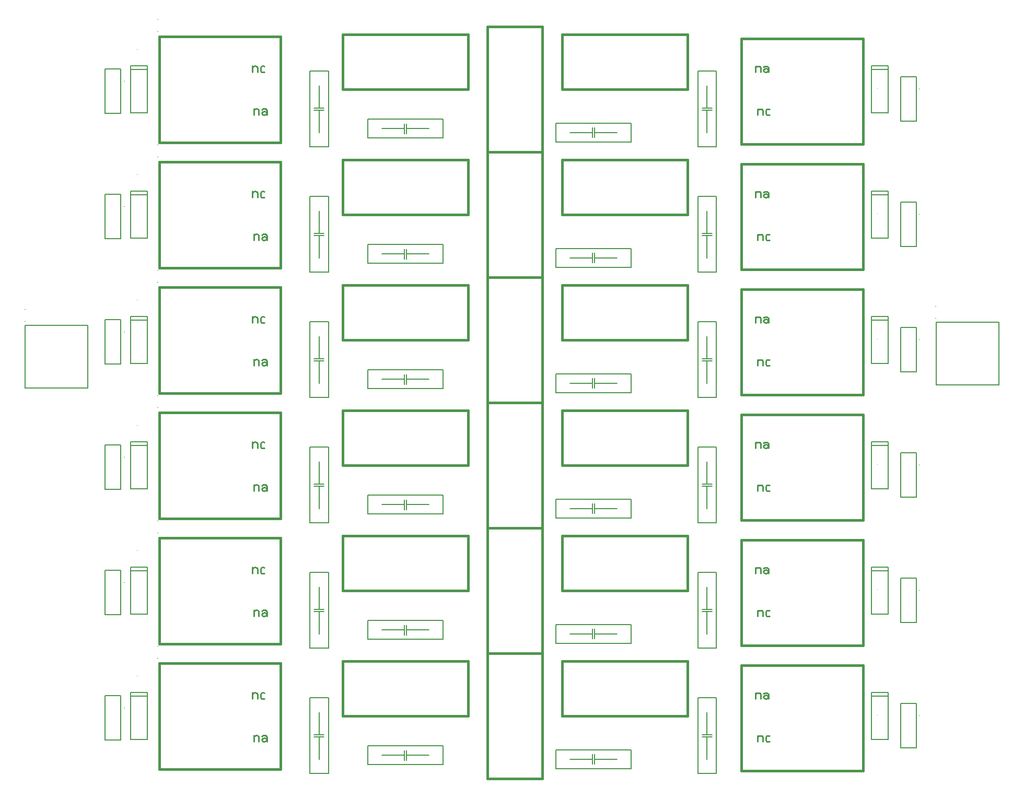
<source format=gbr>
%FSLAX34Y34*%
%MOMM*%
%LNSILK_TOP*%
G71*
G01*
%ADD10C,0.150*%
%ADD11C,0.400*%
%ADD12C,0.222*%
%ADD13C,0.144*%
%ADD14C,0.167*%
%ADD15C,0.111*%
%LPD*%
G54D10*
X237350Y-100600D02*
X207150Y-100600D01*
X207150Y-223000D01*
X237350Y-223000D01*
X237350Y-100600D01*
G54D10*
X230250Y-160400D02*
X214250Y-160400D01*
G54D10*
X230250Y-163600D02*
X214250Y-163600D01*
G54D10*
X222250Y-123900D02*
X222250Y-160400D01*
G54D10*
X222250Y-163600D02*
X222250Y-200100D01*
G54D11*
X260350Y-130050D02*
X260350Y-41150D01*
X463550Y-41150D01*
X463550Y-130050D01*
X260350Y-130050D01*
G54D10*
X423150Y-208650D02*
X423150Y-178450D01*
X300750Y-178450D01*
X300750Y-208650D01*
X423150Y-208650D01*
G54D10*
X363350Y-201550D02*
X363350Y-185550D01*
G54D10*
X360150Y-201550D02*
X360150Y-185550D01*
G54D10*
X399850Y-193550D02*
X363350Y-193550D01*
G54D10*
X360150Y-193550D02*
X323650Y-193550D01*
G54D11*
X495300Y-28450D02*
X584200Y-28450D01*
X584200Y-231650D01*
X495300Y-231650D01*
X495300Y-28450D01*
G54D10*
X727950Y-215000D02*
X727950Y-184800D01*
X605550Y-184800D01*
X605550Y-215000D01*
X727950Y-215000D01*
G54D10*
X668150Y-207900D02*
X668150Y-191900D01*
G54D10*
X664950Y-207900D02*
X664950Y-191900D01*
G54D10*
X704650Y-199900D02*
X668150Y-199900D01*
G54D10*
X664950Y-199900D02*
X628450Y-199900D01*
G54D11*
X615950Y-130050D02*
X615950Y-41150D01*
X819150Y-41150D01*
X819150Y-130050D01*
X615950Y-130050D01*
G54D10*
X866000Y-100600D02*
X835800Y-100600D01*
X835800Y-223000D01*
X866000Y-223000D01*
X866000Y-100600D01*
G54D10*
X858900Y-160400D02*
X842900Y-160400D01*
G54D10*
X858900Y-163600D02*
X842900Y-163600D01*
G54D10*
X850900Y-123900D02*
X850900Y-160400D01*
G54D10*
X850900Y-163600D02*
X850900Y-200100D01*
G54D11*
X-36978Y-44631D02*
X159872Y-44631D01*
X159872Y-216081D01*
X-36978Y-216081D01*
X-36978Y-44631D01*
G54D12*
X114176Y-102002D02*
X114176Y-92002D01*
G54D12*
X114176Y-94224D02*
X115510Y-92668D01*
X118176Y-92002D01*
X120843Y-92668D01*
X122176Y-94224D01*
X122177Y-102002D01*
G54D12*
X133732Y-92668D02*
X131066Y-92002D01*
X128399Y-92668D01*
X127066Y-94891D01*
X127066Y-99335D01*
X128399Y-101557D01*
X131066Y-102002D01*
X133732Y-101557D01*
G54D12*
X116371Y-171496D02*
X116371Y-161496D01*
G54D12*
X116371Y-163718D02*
X117704Y-162163D01*
X120371Y-161496D01*
X123038Y-162163D01*
X124371Y-163718D01*
X124371Y-171496D01*
G54D12*
X129260Y-162607D02*
X131927Y-161496D01*
X135126Y-161496D01*
X137260Y-163718D01*
X137260Y-171496D01*
G54D12*
X137260Y-168163D02*
X135927Y-165940D01*
X133260Y-165496D01*
X130593Y-165940D01*
X129260Y-168163D01*
X129793Y-170385D01*
X131926Y-171496D01*
X133260Y-171496D01*
X133793Y-171496D01*
X135927Y-170385D01*
X137260Y-168163D01*
G54D13*
X-38978Y-16631D02*
X-38978Y-16631D01*
G54D13*
X-38978Y-36131D02*
X-38978Y-36131D01*
G54D11*
X1103638Y-219168D02*
X906788Y-219168D01*
X906788Y-47718D01*
X1103638Y-47718D01*
X1103638Y-219168D01*
G54D12*
X932972Y-171779D02*
X932972Y-161779D01*
G54D12*
X932972Y-164001D02*
X934305Y-162446D01*
X936972Y-161779D01*
X939638Y-162446D01*
X940972Y-164001D01*
X940972Y-171779D01*
G54D12*
X952527Y-162446D02*
X949861Y-161779D01*
X947194Y-162446D01*
X945861Y-164668D01*
X945860Y-169112D01*
X947194Y-171335D01*
X949861Y-171779D01*
X952527Y-171334D01*
G54D12*
X929400Y-102303D02*
X929400Y-92303D01*
G54D12*
X929400Y-94526D02*
X930733Y-92970D01*
X933400Y-92303D01*
X936067Y-92970D01*
X937400Y-94526D01*
X937400Y-102303D01*
G54D12*
X942289Y-93414D02*
X944956Y-92303D01*
X948156Y-92303D01*
X950289Y-94526D01*
X950289Y-102303D01*
G54D12*
X950289Y-98970D02*
X948956Y-96748D01*
X946289Y-96303D01*
X943622Y-96748D01*
X942289Y-98970D01*
X942822Y-101192D01*
X944956Y-102303D01*
X946289Y-102303D01*
X946822Y-102303D01*
X948956Y-101192D01*
X950289Y-98970D01*
G54D10*
X-124475Y-168753D02*
X-99075Y-168754D01*
X-99075Y-97153D01*
X-124475Y-97154D01*
X-124475Y-168753D01*
G54D14*
X-93683Y-116098D02*
X-93683Y-116098D01*
G54D10*
X-55827Y-167870D02*
X-83227Y-167870D01*
X-83227Y-91670D01*
X-55827Y-91670D01*
X-55827Y-167870D01*
G54D10*
X-83227Y-97970D02*
X-55827Y-97970D01*
G54D15*
X-73282Y-64753D02*
X-73282Y-64753D01*
G54D10*
X1164575Y-181453D02*
X1189975Y-181454D01*
X1189975Y-109853D01*
X1164575Y-109854D01*
X1164575Y-181453D01*
G54D14*
X1195366Y-128798D02*
X1195366Y-128798D01*
G54D10*
X1144323Y-167870D02*
X1116923Y-167870D01*
X1116923Y-91670D01*
X1144323Y-91670D01*
X1144323Y-167870D01*
G54D10*
X1116923Y-97970D02*
X1144323Y-97970D01*
G54D15*
X1126868Y-128253D02*
X1126868Y-128253D01*
G54D10*
X237350Y-303800D02*
X207150Y-303800D01*
X207150Y-426200D01*
X237350Y-426200D01*
X237350Y-303800D01*
G54D10*
X230250Y-363600D02*
X214250Y-363600D01*
G54D10*
X230250Y-366800D02*
X214250Y-366800D01*
G54D10*
X222250Y-327100D02*
X222250Y-363600D01*
G54D10*
X222250Y-366800D02*
X222250Y-403300D01*
G54D11*
X260350Y-333250D02*
X260350Y-244350D01*
X463550Y-244350D01*
X463550Y-333250D01*
X260350Y-333250D01*
G54D10*
X423150Y-411850D02*
X423150Y-381650D01*
X300750Y-381650D01*
X300750Y-411850D01*
X423150Y-411850D01*
G54D10*
X363350Y-404750D02*
X363350Y-388750D01*
G54D10*
X360150Y-404750D02*
X360150Y-388750D01*
G54D10*
X399850Y-396750D02*
X363350Y-396750D01*
G54D10*
X360150Y-396750D02*
X323650Y-396750D01*
G54D11*
X495300Y-231650D02*
X584200Y-231650D01*
X584200Y-434850D01*
X495300Y-434850D01*
X495300Y-231650D01*
G54D10*
X727950Y-418200D02*
X727950Y-388000D01*
X605550Y-388000D01*
X605550Y-418200D01*
X727950Y-418200D01*
G54D10*
X668150Y-411100D02*
X668150Y-395100D01*
G54D10*
X664950Y-411100D02*
X664950Y-395100D01*
G54D10*
X704650Y-403100D02*
X668150Y-403100D01*
G54D10*
X664950Y-403100D02*
X628450Y-403100D01*
G54D11*
X615950Y-333250D02*
X615950Y-244350D01*
X819150Y-244350D01*
X819150Y-333250D01*
X615950Y-333250D01*
G54D10*
X866000Y-303800D02*
X835800Y-303800D01*
X835800Y-426200D01*
X866000Y-426200D01*
X866000Y-303800D01*
G54D10*
X858900Y-363600D02*
X842900Y-363600D01*
G54D10*
X858900Y-366800D02*
X842900Y-366800D01*
G54D10*
X850900Y-327100D02*
X850900Y-363600D01*
G54D10*
X850900Y-366800D02*
X850900Y-403300D01*
G54D11*
X-36978Y-247831D02*
X159872Y-247831D01*
X159872Y-419281D01*
X-36978Y-419281D01*
X-36978Y-247831D01*
G54D12*
X114176Y-305202D02*
X114176Y-295202D01*
G54D12*
X114176Y-297424D02*
X115510Y-295868D01*
X118176Y-295202D01*
X120843Y-295868D01*
X122176Y-297424D01*
X122177Y-305202D01*
G54D12*
X133732Y-295868D02*
X131066Y-295202D01*
X128399Y-295868D01*
X127066Y-298091D01*
X127066Y-302535D01*
X128399Y-304757D01*
X131066Y-305202D01*
X133732Y-304757D01*
G54D12*
X116371Y-374696D02*
X116371Y-364696D01*
G54D12*
X116371Y-366918D02*
X117704Y-365363D01*
X120371Y-364696D01*
X123038Y-365363D01*
X124371Y-366918D01*
X124371Y-374696D01*
G54D12*
X129260Y-365807D02*
X131927Y-364696D01*
X135126Y-364696D01*
X137260Y-366918D01*
X137260Y-374696D01*
G54D12*
X137260Y-371363D02*
X135927Y-369140D01*
X133260Y-368696D01*
X130593Y-369140D01*
X129260Y-371363D01*
X129793Y-373585D01*
X131926Y-374696D01*
X133260Y-374696D01*
X133793Y-374696D01*
X135927Y-373585D01*
X137260Y-371363D01*
G54D13*
X-38978Y-219831D02*
X-38978Y-219831D01*
G54D13*
X-38978Y-239331D02*
X-38978Y-239331D01*
G54D11*
X1103638Y-422368D02*
X906788Y-422368D01*
X906788Y-250918D01*
X1103638Y-250918D01*
X1103638Y-422368D01*
G54D12*
X932972Y-374979D02*
X932972Y-364979D01*
G54D12*
X932972Y-367201D02*
X934305Y-365646D01*
X936972Y-364979D01*
X939638Y-365646D01*
X940972Y-367201D01*
X940972Y-374979D01*
G54D12*
X952527Y-365646D02*
X949861Y-364979D01*
X947194Y-365646D01*
X945861Y-367868D01*
X945860Y-372312D01*
X947194Y-374535D01*
X949861Y-374979D01*
X952527Y-374534D01*
G54D12*
X929400Y-305503D02*
X929400Y-295503D01*
G54D12*
X929400Y-297726D02*
X930733Y-296170D01*
X933400Y-295503D01*
X936067Y-296170D01*
X937400Y-297726D01*
X937400Y-305503D01*
G54D12*
X942289Y-296614D02*
X944956Y-295503D01*
X948156Y-295503D01*
X950289Y-297726D01*
X950289Y-305503D01*
G54D12*
X950289Y-302170D02*
X948956Y-299948D01*
X946289Y-299503D01*
X943622Y-299948D01*
X942289Y-302170D01*
X942822Y-304392D01*
X944956Y-305503D01*
X946289Y-305503D01*
X946822Y-305503D01*
X948956Y-304392D01*
X950289Y-302170D01*
G54D10*
X-124475Y-371953D02*
X-99075Y-371954D01*
X-99075Y-300353D01*
X-124475Y-300354D01*
X-124475Y-371953D01*
G54D14*
X-93683Y-319298D02*
X-93683Y-319298D01*
G54D10*
X-55827Y-371070D02*
X-83227Y-371070D01*
X-83227Y-294870D01*
X-55827Y-294870D01*
X-55827Y-371070D01*
G54D10*
X-83227Y-301170D02*
X-55827Y-301170D01*
G54D15*
X-73282Y-267953D02*
X-73282Y-267953D01*
G54D10*
X1164575Y-384653D02*
X1189975Y-384654D01*
X1189975Y-313053D01*
X1164575Y-313054D01*
X1164575Y-384653D01*
G54D14*
X1195366Y-331998D02*
X1195366Y-331998D01*
G54D10*
X1144323Y-371070D02*
X1116923Y-371070D01*
X1116923Y-294870D01*
X1144323Y-294870D01*
X1144323Y-371070D01*
G54D10*
X1116923Y-301170D02*
X1144323Y-301170D01*
G54D15*
X1126868Y-331453D02*
X1126868Y-331453D01*
G54D10*
X237350Y-507000D02*
X207150Y-507000D01*
X207150Y-629400D01*
X237350Y-629400D01*
X237350Y-507000D01*
G54D10*
X230250Y-566800D02*
X214250Y-566800D01*
G54D10*
X230250Y-570000D02*
X214250Y-570000D01*
G54D10*
X222250Y-530300D02*
X222250Y-566800D01*
G54D10*
X222250Y-570000D02*
X222250Y-606500D01*
G54D11*
X260350Y-536450D02*
X260350Y-447550D01*
X463550Y-447550D01*
X463550Y-536450D01*
X260350Y-536450D01*
G54D10*
X423150Y-615050D02*
X423150Y-584850D01*
X300750Y-584850D01*
X300750Y-615050D01*
X423150Y-615050D01*
G54D10*
X363350Y-607950D02*
X363350Y-591950D01*
G54D10*
X360150Y-607950D02*
X360150Y-591950D01*
G54D10*
X399850Y-599950D02*
X363350Y-599950D01*
G54D10*
X360150Y-599950D02*
X323650Y-599950D01*
G54D11*
X495300Y-434850D02*
X584200Y-434850D01*
X584200Y-638050D01*
X495300Y-638050D01*
X495300Y-434850D01*
G54D10*
X727950Y-621400D02*
X727950Y-591200D01*
X605550Y-591200D01*
X605550Y-621400D01*
X727950Y-621400D01*
G54D10*
X668150Y-614300D02*
X668150Y-598300D01*
G54D10*
X664950Y-614300D02*
X664950Y-598300D01*
G54D10*
X704650Y-606300D02*
X668150Y-606300D01*
G54D10*
X664950Y-606300D02*
X628450Y-606300D01*
G54D11*
X615950Y-536450D02*
X615950Y-447550D01*
X819150Y-447550D01*
X819150Y-536450D01*
X615950Y-536450D01*
G54D10*
X866000Y-507000D02*
X835800Y-507000D01*
X835800Y-629400D01*
X866000Y-629400D01*
X866000Y-507000D01*
G54D10*
X858900Y-566800D02*
X842900Y-566800D01*
G54D10*
X858900Y-570000D02*
X842900Y-570000D01*
G54D10*
X850900Y-530300D02*
X850900Y-566800D01*
G54D10*
X850900Y-570000D02*
X850900Y-606500D01*
G54D11*
X-36978Y-451031D02*
X159872Y-451031D01*
X159872Y-622481D01*
X-36978Y-622481D01*
X-36978Y-451031D01*
G54D12*
X114176Y-508402D02*
X114176Y-498402D01*
G54D12*
X114176Y-500624D02*
X115510Y-499068D01*
X118176Y-498402D01*
X120843Y-499068D01*
X122176Y-500624D01*
X122177Y-508402D01*
G54D12*
X133732Y-499068D02*
X131066Y-498402D01*
X128399Y-499068D01*
X127066Y-501290D01*
X127066Y-505735D01*
X128399Y-507958D01*
X131066Y-508402D01*
X133732Y-507957D01*
G54D12*
X116371Y-577896D02*
X116371Y-567896D01*
G54D12*
X116371Y-570118D02*
X117704Y-568563D01*
X120371Y-567896D01*
X123038Y-568563D01*
X124371Y-570118D01*
X124371Y-577896D01*
G54D12*
X129260Y-569007D02*
X131927Y-567896D01*
X135126Y-567896D01*
X137260Y-570118D01*
X137260Y-577896D01*
G54D12*
X137260Y-574563D02*
X135927Y-572340D01*
X133260Y-571896D01*
X130593Y-572340D01*
X129260Y-574562D01*
X129793Y-576785D01*
X131926Y-577896D01*
X133260Y-577896D01*
X133793Y-577896D01*
X135927Y-576785D01*
X137260Y-574563D01*
G54D13*
X-38978Y-423031D02*
X-38978Y-423031D01*
G54D13*
X-38978Y-442531D02*
X-38978Y-442531D01*
G54D11*
X1103638Y-625568D02*
X906788Y-625568D01*
X906788Y-454118D01*
X1103638Y-454118D01*
X1103638Y-625568D01*
G54D12*
X932972Y-578179D02*
X932972Y-568179D01*
G54D12*
X932972Y-570401D02*
X934305Y-568846D01*
X936972Y-568179D01*
X939638Y-568846D01*
X940972Y-570401D01*
X940972Y-578179D01*
G54D12*
X952527Y-568846D02*
X949861Y-568179D01*
X947194Y-568846D01*
X945861Y-571068D01*
X945860Y-575512D01*
X947194Y-577735D01*
X949861Y-578179D01*
X952527Y-577734D01*
G54D12*
X929400Y-508703D02*
X929400Y-498703D01*
G54D12*
X929400Y-500926D02*
X930733Y-499370D01*
X933400Y-498703D01*
X936067Y-499370D01*
X937400Y-500926D01*
X937400Y-508703D01*
G54D12*
X942289Y-499814D02*
X944956Y-498704D01*
X948156Y-498703D01*
X950289Y-500926D01*
X950289Y-508704D01*
G54D12*
X950289Y-505370D02*
X948956Y-503148D01*
X946289Y-502703D01*
X943622Y-503148D01*
X942289Y-505370D01*
X942822Y-507592D01*
X944956Y-508703D01*
X946289Y-508703D01*
X946822Y-508703D01*
X948956Y-507592D01*
X950289Y-505370D01*
G54D10*
X-124475Y-575154D02*
X-99075Y-575154D01*
X-99075Y-503554D01*
X-124475Y-503554D01*
X-124475Y-575154D01*
G54D14*
X-93683Y-522498D02*
X-93683Y-522498D01*
G54D10*
X-55827Y-574270D02*
X-83227Y-574270D01*
X-83227Y-498070D01*
X-55827Y-498070D01*
X-55827Y-574270D01*
G54D10*
X-83227Y-504370D02*
X-55827Y-504370D01*
G54D15*
X-73282Y-471153D02*
X-73282Y-471153D01*
G54D10*
X1164575Y-587854D02*
X1189975Y-587854D01*
X1189975Y-516254D01*
X1164575Y-516254D01*
X1164575Y-587854D01*
G54D14*
X1195366Y-535198D02*
X1195366Y-535198D01*
G54D10*
X1144323Y-574270D02*
X1116923Y-574270D01*
X1116923Y-498070D01*
X1144323Y-498070D01*
X1144323Y-574270D01*
G54D10*
X1116923Y-504370D02*
X1144323Y-504370D01*
G54D15*
X1126868Y-534654D02*
X1126868Y-534654D01*
G54D10*
X237350Y-710200D02*
X207150Y-710200D01*
X207150Y-832600D01*
X237350Y-832600D01*
X237350Y-710200D01*
G54D10*
X230250Y-770000D02*
X214250Y-770000D01*
G54D10*
X230250Y-773200D02*
X214250Y-773200D01*
G54D10*
X222250Y-733500D02*
X222250Y-770000D01*
G54D10*
X222250Y-773200D02*
X222250Y-809700D01*
G54D11*
X260350Y-739650D02*
X260350Y-650750D01*
X463550Y-650750D01*
X463550Y-739650D01*
X260350Y-739650D01*
G54D10*
X423150Y-818250D02*
X423150Y-788050D01*
X300750Y-788050D01*
X300750Y-818250D01*
X423150Y-818250D01*
G54D10*
X363350Y-811150D02*
X363350Y-795150D01*
G54D10*
X360150Y-811150D02*
X360150Y-795150D01*
G54D10*
X399850Y-803150D02*
X363350Y-803150D01*
G54D10*
X360150Y-803150D02*
X323650Y-803150D01*
G54D11*
X495300Y-638050D02*
X584200Y-638050D01*
X584200Y-841250D01*
X495300Y-841250D01*
X495300Y-638050D01*
G54D10*
X727950Y-824600D02*
X727950Y-794400D01*
X605550Y-794400D01*
X605550Y-824600D01*
X727950Y-824600D01*
G54D10*
X668150Y-817500D02*
X668150Y-801500D01*
G54D10*
X664950Y-817500D02*
X664950Y-801500D01*
G54D10*
X704650Y-809500D02*
X668150Y-809500D01*
G54D10*
X664950Y-809500D02*
X628450Y-809500D01*
G54D11*
X615950Y-739650D02*
X615950Y-650750D01*
X819150Y-650750D01*
X819150Y-739650D01*
X615950Y-739650D01*
G54D10*
X866000Y-710200D02*
X835800Y-710200D01*
X835800Y-832600D01*
X866000Y-832600D01*
X866000Y-710200D01*
G54D10*
X858900Y-770000D02*
X842900Y-770000D01*
G54D10*
X858900Y-773200D02*
X842900Y-773200D01*
G54D10*
X850900Y-733500D02*
X850900Y-770000D01*
G54D10*
X850900Y-773200D02*
X850900Y-809700D01*
G54D11*
X-36978Y-654231D02*
X159872Y-654231D01*
X159872Y-825681D01*
X-36978Y-825681D01*
X-36978Y-654231D01*
G54D12*
X114176Y-711602D02*
X114176Y-701602D01*
G54D12*
X114176Y-703824D02*
X115510Y-702268D01*
X118176Y-701602D01*
X120843Y-702268D01*
X122176Y-703824D01*
X122177Y-711602D01*
G54D12*
X133732Y-702268D02*
X131066Y-701602D01*
X128399Y-702268D01*
X127066Y-704490D01*
X127066Y-708935D01*
X128399Y-711158D01*
X131066Y-711602D01*
X133732Y-711157D01*
G54D12*
X116371Y-781096D02*
X116371Y-771096D01*
G54D12*
X116371Y-773318D02*
X117704Y-771763D01*
X120371Y-771096D01*
X123038Y-771763D01*
X124371Y-773318D01*
X124371Y-781096D01*
G54D12*
X129260Y-772207D02*
X131927Y-771096D01*
X135126Y-771096D01*
X137260Y-773318D01*
X137260Y-781096D01*
G54D12*
X137260Y-777763D02*
X135927Y-775540D01*
X133260Y-775096D01*
X130593Y-775540D01*
X129260Y-777762D01*
X129793Y-779985D01*
X131926Y-781096D01*
X133260Y-781096D01*
X133793Y-781096D01*
X135927Y-779985D01*
X137260Y-777763D01*
G54D13*
X-38978Y-626231D02*
X-38978Y-626231D01*
G54D13*
X-38978Y-645731D02*
X-38978Y-645731D01*
G54D11*
X1103638Y-828768D02*
X906788Y-828768D01*
X906788Y-657318D01*
X1103638Y-657318D01*
X1103638Y-828768D01*
G54D12*
X932972Y-781379D02*
X932972Y-771379D01*
G54D12*
X932972Y-773601D02*
X934305Y-772046D01*
X936972Y-771379D01*
X939638Y-772046D01*
X940972Y-773601D01*
X940972Y-781379D01*
G54D12*
X952527Y-772046D02*
X949861Y-771379D01*
X947194Y-772046D01*
X945861Y-774268D01*
X945860Y-778712D01*
X947194Y-780935D01*
X949861Y-781379D01*
X952527Y-780934D01*
G54D12*
X929400Y-711903D02*
X929400Y-701903D01*
G54D12*
X929400Y-704126D02*
X930733Y-702570D01*
X933400Y-701903D01*
X936067Y-702570D01*
X937400Y-704126D01*
X937400Y-711903D01*
G54D12*
X942289Y-703014D02*
X944956Y-701904D01*
X948156Y-701903D01*
X950289Y-704126D01*
X950289Y-711904D01*
G54D12*
X950289Y-708570D02*
X948956Y-706348D01*
X946289Y-705903D01*
X943622Y-706348D01*
X942289Y-708570D01*
X942822Y-710792D01*
X944956Y-711903D01*
X946289Y-711903D01*
X946822Y-711903D01*
X948956Y-710792D01*
X950289Y-708570D01*
G54D10*
X-124475Y-778354D02*
X-99075Y-778354D01*
X-99075Y-706754D01*
X-124475Y-706754D01*
X-124475Y-778354D01*
G54D14*
X-93683Y-725698D02*
X-93683Y-725698D01*
G54D10*
X-55827Y-777470D02*
X-83227Y-777470D01*
X-83227Y-701270D01*
X-55827Y-701270D01*
X-55827Y-777470D01*
G54D10*
X-83227Y-707570D02*
X-55827Y-707570D01*
G54D15*
X-73282Y-674354D02*
X-73282Y-674354D01*
G54D10*
X1164575Y-791054D02*
X1189975Y-791054D01*
X1189975Y-719454D01*
X1164575Y-719454D01*
X1164575Y-791054D01*
G54D14*
X1195366Y-738398D02*
X1195366Y-738398D01*
G54D10*
X1144323Y-777470D02*
X1116923Y-777470D01*
X1116923Y-701270D01*
X1144323Y-701270D01*
X1144323Y-777470D01*
G54D10*
X1116923Y-707570D02*
X1144323Y-707570D01*
G54D15*
X1126868Y-737854D02*
X1126868Y-737854D01*
G54D10*
X237350Y-913400D02*
X207150Y-913400D01*
X207150Y-1035800D01*
X237350Y-1035800D01*
X237350Y-913400D01*
G54D10*
X230250Y-973200D02*
X214250Y-973200D01*
G54D10*
X230250Y-976400D02*
X214250Y-976400D01*
G54D10*
X222250Y-936700D02*
X222250Y-973200D01*
G54D10*
X222250Y-976400D02*
X222250Y-1012900D01*
G54D11*
X260350Y-942850D02*
X260350Y-853950D01*
X463550Y-853950D01*
X463550Y-942850D01*
X260350Y-942850D01*
G54D10*
X423150Y-1021450D02*
X423150Y-991250D01*
X300750Y-991250D01*
X300750Y-1021450D01*
X423150Y-1021450D01*
G54D10*
X363350Y-1014350D02*
X363350Y-998350D01*
G54D10*
X360150Y-1014350D02*
X360150Y-998350D01*
G54D10*
X399850Y-1006350D02*
X363350Y-1006350D01*
G54D10*
X360150Y-1006350D02*
X323650Y-1006350D01*
G54D11*
X495300Y-841250D02*
X584200Y-841250D01*
X584200Y-1044450D01*
X495300Y-1044450D01*
X495300Y-841250D01*
G54D10*
X727950Y-1027800D02*
X727950Y-997600D01*
X605550Y-997600D01*
X605550Y-1027800D01*
X727950Y-1027800D01*
G54D10*
X668150Y-1020700D02*
X668150Y-1004700D01*
G54D10*
X664950Y-1020700D02*
X664950Y-1004700D01*
G54D10*
X704650Y-1012700D02*
X668150Y-1012700D01*
G54D10*
X664950Y-1012700D02*
X628450Y-1012700D01*
G54D11*
X615950Y-942850D02*
X615950Y-853950D01*
X819150Y-853950D01*
X819150Y-942850D01*
X615950Y-942850D01*
G54D10*
X866000Y-913400D02*
X835800Y-913400D01*
X835800Y-1035800D01*
X866000Y-1035800D01*
X866000Y-913400D01*
G54D10*
X858900Y-973200D02*
X842900Y-973200D01*
G54D10*
X858900Y-976400D02*
X842900Y-976400D01*
G54D10*
X850900Y-936700D02*
X850900Y-973200D01*
G54D10*
X850900Y-976400D02*
X850900Y-1012900D01*
G54D11*
X-36978Y-857431D02*
X159872Y-857431D01*
X159872Y-1028881D01*
X-36978Y-1028881D01*
X-36978Y-857431D01*
G54D12*
X114176Y-914802D02*
X114176Y-904802D01*
G54D12*
X114176Y-907024D02*
X115510Y-905468D01*
X118176Y-904802D01*
X120843Y-905468D01*
X122176Y-907024D01*
X122177Y-914802D01*
G54D12*
X133732Y-905468D02*
X131066Y-904802D01*
X128399Y-905468D01*
X127066Y-907690D01*
X127066Y-912135D01*
X128399Y-914358D01*
X131066Y-914802D01*
X133732Y-914357D01*
G54D12*
X116371Y-984296D02*
X116371Y-974296D01*
G54D12*
X116371Y-976518D02*
X117704Y-974963D01*
X120371Y-974296D01*
X123038Y-974963D01*
X124371Y-976518D01*
X124371Y-984296D01*
G54D12*
X129260Y-975407D02*
X131927Y-974296D01*
X135126Y-974296D01*
X137260Y-976518D01*
X137260Y-984296D01*
G54D12*
X137260Y-980963D02*
X135927Y-978740D01*
X133260Y-978296D01*
X130593Y-978740D01*
X129260Y-980962D01*
X129793Y-983185D01*
X131926Y-984296D01*
X133260Y-984296D01*
X133793Y-984296D01*
X135927Y-983185D01*
X137260Y-980963D01*
G54D13*
X-38978Y-829431D02*
X-38978Y-829431D01*
G54D13*
X-38978Y-848931D02*
X-38978Y-848931D01*
G54D11*
X1103638Y-1031968D02*
X906788Y-1031968D01*
X906788Y-860518D01*
X1103638Y-860518D01*
X1103638Y-1031968D01*
G54D12*
X932972Y-984579D02*
X932972Y-974579D01*
G54D12*
X932972Y-976801D02*
X934305Y-975246D01*
X936972Y-974579D01*
X939638Y-975246D01*
X940972Y-976801D01*
X940972Y-984579D01*
G54D12*
X952527Y-975246D02*
X949861Y-974579D01*
X947194Y-975246D01*
X945861Y-977468D01*
X945860Y-981912D01*
X947194Y-984135D01*
X949861Y-984579D01*
X952527Y-984134D01*
G54D12*
X929400Y-915103D02*
X929400Y-905103D01*
G54D12*
X929400Y-907326D02*
X930733Y-905770D01*
X933400Y-905103D01*
X936067Y-905770D01*
X937400Y-907326D01*
X937400Y-915103D01*
G54D12*
X942289Y-906214D02*
X944956Y-905104D01*
X948156Y-905103D01*
X950289Y-907326D01*
X950289Y-915104D01*
G54D12*
X950289Y-911770D02*
X948956Y-909548D01*
X946289Y-909103D01*
X943622Y-909548D01*
X942289Y-911770D01*
X942822Y-913992D01*
X944956Y-915103D01*
X946289Y-915103D01*
X946822Y-915103D01*
X948956Y-913992D01*
X950289Y-911770D01*
G54D10*
X-124475Y-981554D02*
X-99075Y-981554D01*
X-99075Y-909954D01*
X-124475Y-909954D01*
X-124475Y-981554D01*
G54D14*
X-93683Y-928898D02*
X-93683Y-928898D01*
G54D10*
X-55827Y-980670D02*
X-83227Y-980670D01*
X-83227Y-904470D01*
X-55827Y-904470D01*
X-55827Y-980670D01*
G54D10*
X-83227Y-910770D02*
X-55827Y-910770D01*
G54D15*
X-73282Y-877554D02*
X-73282Y-877554D01*
G54D10*
X1164575Y-994254D02*
X1189975Y-994254D01*
X1189975Y-922654D01*
X1164575Y-922654D01*
X1164575Y-994254D01*
G54D14*
X1195366Y-941598D02*
X1195366Y-941598D01*
G54D10*
X1144323Y-980670D02*
X1116923Y-980670D01*
X1116923Y-904470D01*
X1144323Y-904470D01*
X1144323Y-980670D01*
G54D10*
X1116923Y-910770D02*
X1144323Y-910770D01*
G54D15*
X1126868Y-941054D02*
X1126868Y-941054D01*
G54D10*
X237350Y-1116600D02*
X207150Y-1116600D01*
X207150Y-1239000D01*
X237350Y-1239000D01*
X237350Y-1116600D01*
G54D10*
X230250Y-1176400D02*
X214250Y-1176400D01*
G54D10*
X230250Y-1179600D02*
X214250Y-1179600D01*
G54D10*
X222250Y-1139900D02*
X222250Y-1176400D01*
G54D10*
X222250Y-1179600D02*
X222250Y-1216100D01*
G54D11*
X260350Y-1146050D02*
X260350Y-1057150D01*
X463550Y-1057150D01*
X463550Y-1146050D01*
X260350Y-1146050D01*
G54D10*
X423150Y-1224650D02*
X423150Y-1194450D01*
X300750Y-1194450D01*
X300750Y-1224650D01*
X423150Y-1224650D01*
G54D10*
X363350Y-1217550D02*
X363350Y-1201550D01*
G54D10*
X360150Y-1217550D02*
X360150Y-1201550D01*
G54D10*
X399850Y-1209550D02*
X363350Y-1209550D01*
G54D10*
X360150Y-1209550D02*
X323650Y-1209550D01*
G54D11*
X495300Y-1044450D02*
X584200Y-1044450D01*
X584200Y-1247650D01*
X495300Y-1247650D01*
X495300Y-1044450D01*
G54D10*
X727950Y-1231000D02*
X727950Y-1200800D01*
X605550Y-1200800D01*
X605550Y-1231000D01*
X727950Y-1231000D01*
G54D10*
X668150Y-1223900D02*
X668150Y-1207900D01*
G54D10*
X664950Y-1223900D02*
X664950Y-1207900D01*
G54D10*
X704650Y-1215900D02*
X668150Y-1215900D01*
G54D10*
X664950Y-1215900D02*
X628450Y-1215900D01*
G54D11*
X615950Y-1146050D02*
X615950Y-1057150D01*
X819150Y-1057150D01*
X819150Y-1146050D01*
X615950Y-1146050D01*
G54D10*
X866000Y-1116600D02*
X835800Y-1116600D01*
X835800Y-1239000D01*
X866000Y-1239000D01*
X866000Y-1116600D01*
G54D10*
X858900Y-1176400D02*
X842900Y-1176400D01*
G54D10*
X858900Y-1179600D02*
X842900Y-1179600D01*
G54D10*
X850900Y-1139900D02*
X850900Y-1176400D01*
G54D10*
X850900Y-1179600D02*
X850900Y-1216100D01*
G54D11*
X-36978Y-1060631D02*
X159872Y-1060631D01*
X159872Y-1232081D01*
X-36978Y-1232081D01*
X-36978Y-1060631D01*
G54D12*
X114176Y-1118002D02*
X114176Y-1108002D01*
G54D12*
X114176Y-1110224D02*
X115510Y-1108668D01*
X118176Y-1108002D01*
X120843Y-1108668D01*
X122176Y-1110224D01*
X122177Y-1118002D01*
G54D12*
X133732Y-1108668D02*
X131066Y-1108002D01*
X128399Y-1108668D01*
X127066Y-1110890D01*
X127066Y-1115335D01*
X128399Y-1117558D01*
X131066Y-1118002D01*
X133732Y-1117557D01*
G54D12*
X116371Y-1187496D02*
X116371Y-1177496D01*
G54D12*
X116371Y-1179718D02*
X117704Y-1178163D01*
X120371Y-1177496D01*
X123038Y-1178163D01*
X124371Y-1179718D01*
X124371Y-1187496D01*
G54D12*
X129260Y-1178607D02*
X131927Y-1177496D01*
X135126Y-1177496D01*
X137260Y-1179718D01*
X137260Y-1187496D01*
G54D12*
X137260Y-1184163D02*
X135927Y-1181940D01*
X133260Y-1181496D01*
X130593Y-1181940D01*
X129260Y-1184162D01*
X129793Y-1186385D01*
X131926Y-1187496D01*
X133260Y-1187496D01*
X133793Y-1187496D01*
X135927Y-1186385D01*
X137260Y-1184163D01*
G54D13*
X-38978Y-1032631D02*
X-38978Y-1032631D01*
G54D13*
X-38978Y-1052131D02*
X-38978Y-1052131D01*
G54D11*
X1103638Y-1235168D02*
X906788Y-1235168D01*
X906788Y-1063718D01*
X1103638Y-1063718D01*
X1103638Y-1235168D01*
G54D12*
X932972Y-1187779D02*
X932972Y-1177779D01*
G54D12*
X932972Y-1180001D02*
X934305Y-1178446D01*
X936972Y-1177779D01*
X939638Y-1178446D01*
X940972Y-1180001D01*
X940972Y-1187779D01*
G54D12*
X952527Y-1178446D02*
X949861Y-1177779D01*
X947194Y-1178446D01*
X945861Y-1180668D01*
X945860Y-1185112D01*
X947194Y-1187335D01*
X949861Y-1187779D01*
X952527Y-1187334D01*
G54D12*
X929400Y-1118303D02*
X929400Y-1108303D01*
G54D12*
X929400Y-1110526D02*
X930733Y-1108970D01*
X933400Y-1108303D01*
X936067Y-1108970D01*
X937400Y-1110526D01*
X937400Y-1118303D01*
G54D12*
X942289Y-1109414D02*
X944956Y-1108304D01*
X948156Y-1108303D01*
X950289Y-1110526D01*
X950289Y-1118304D01*
G54D12*
X950289Y-1114970D02*
X948956Y-1112748D01*
X946289Y-1112303D01*
X943622Y-1112748D01*
X942289Y-1114970D01*
X942822Y-1117192D01*
X944956Y-1118303D01*
X946289Y-1118303D01*
X946822Y-1118303D01*
X948956Y-1117192D01*
X950289Y-1114970D01*
G54D10*
X-124475Y-1184754D02*
X-99075Y-1184754D01*
X-99075Y-1113154D01*
X-124475Y-1113154D01*
X-124475Y-1184754D01*
G54D14*
X-93683Y-1132098D02*
X-93683Y-1132098D01*
G54D10*
X-55827Y-1183870D02*
X-83227Y-1183870D01*
X-83227Y-1107670D01*
X-55827Y-1107670D01*
X-55827Y-1183870D01*
G54D10*
X-83227Y-1113970D02*
X-55827Y-1113970D01*
G54D15*
X-73282Y-1080754D02*
X-73282Y-1080754D01*
G54D10*
X1164575Y-1197454D02*
X1189975Y-1197454D01*
X1189975Y-1125854D01*
X1164575Y-1125854D01*
X1164575Y-1197454D01*
G54D14*
X1195366Y-1144798D02*
X1195366Y-1144798D01*
G54D10*
X1144323Y-1183870D02*
X1116923Y-1183870D01*
X1116923Y-1107670D01*
X1144323Y-1107670D01*
X1144323Y-1183870D01*
G54D10*
X1116923Y-1113970D02*
X1144323Y-1113970D01*
G54D15*
X1126868Y-1144254D02*
X1126868Y-1144254D01*
G54D10*
X1222350Y-507900D02*
X1323950Y-507900D01*
X1323950Y-609500D01*
X1222350Y-609500D01*
X1222350Y-507900D01*
G54D13*
X1221600Y-481150D02*
X1221600Y-481150D01*
G54D13*
X1221600Y-500650D02*
X1221600Y-500650D01*
G54D10*
X-254025Y-512662D02*
X-152425Y-512662D01*
X-152425Y-614262D01*
X-254025Y-614262D01*
X-254025Y-512662D01*
G54D13*
X-254775Y-485912D02*
X-254775Y-485912D01*
G54D13*
X-254775Y-505412D02*
X-254775Y-505412D01*
M02*

</source>
